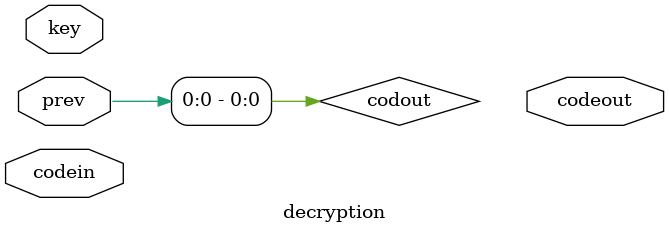
<source format=v>

module decryption(
    input [15:0] codein,
    input [15:0] key,
    input [15:0] prev,
    output[15:0] codeout
    );
	 
    wire [15:0] r0_out;
    wire [15:0] r1_out,r2_out,r3_out,r4_out,r5_out,r6_out,r7_out,r8_out,r9_out,r10_out;
    wire [15:0] keyout1,keyout2,keyout3,keyout4,keyout5,keyout6,keyout7,keyout8,keyout9,keyout10;
	 
	assign r0_out = codein^key;
	assign codout = prev;
		invRound r1(.count(4'b0000),.code(r0_out),
					.keyin(key),.keyout(keyout1),
					.altered(r1_out));
						
		invRound r2(.count(4'b0001),.code(r1_out),
					.keyin(keyout1),.keyout(keyout2),
					.altered(r2_out));
					
        invRound r3( .count(4'b0010),.code(r2_out),
					.keyin(keyout2),.keyout(keyout3),
					.altered(r3_out));
					
        invRound r4(.count(4'b0011),.code(r3_out),
					.keyin(keyout3),.keyout(keyout4),
					.altered(r4_out));
    
	 	invRound r5(.count(4'b0100),.code(r4_out),
					.keyin(keyout4),.keyout(keyout5),
					.altered(r5_out));
    
	 	invRound r6(.count(4'b0101),.code(r5_out),
					.keyin(keyout5),.keyout(keyout6),
					.altered(r6_out));
    
	 	invRound r7(.count(4'b0110),.code(r6_out),
					.keyin(keyout6),.keyout(keyout7),
					.altered(r7_out));
    
	 	invRound r8(.count(4'b0111),.code(r7_out),
					.keyin(keyout7),.keyout(keyout8),
					.altered(r8_out));
    
	 	invRound r9(.count(4'b1000),.code(r8_out),
					.keyin(keyout8),.keyout(keyout9),
					.altered(r9_out));

		invRound r10(.count(4'b1001),.code(r9_out),
					.keyin(keyout9),.keyout(keyout10),
					.altered(r10_out));
        
endmodule
</source>
